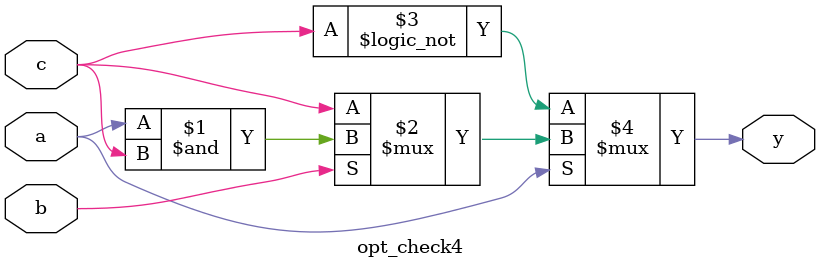
<source format=v>
module opt_check4 (input a , input b , input c , output y);
 assign y = a?(b?(a & c ):c):(!c);
 endmodule

</source>
